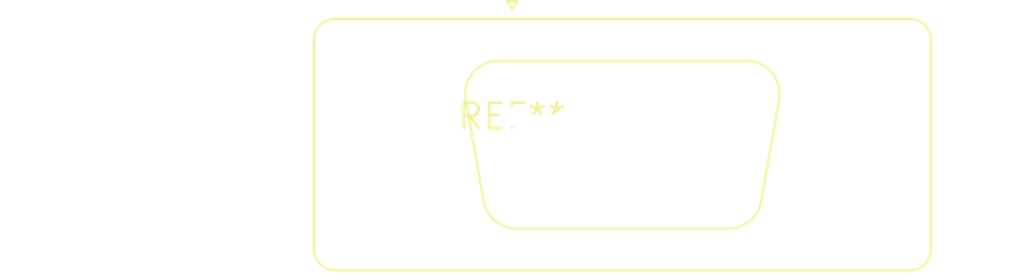
<source format=kicad_pcb>
(kicad_pcb (version 20240108) (generator pcbnew)
  (layers (0 "F.Cu" signal) (31 "B.Cu" signal) (34 "B.Paste" user) (35 "F.Paste" user) (36 "B.SilkS" user "B.Silkscreen") (37 "F.SilkS" user "F.Silkscreen") (38 "B.Mask" user) (39 "F.Mask" user) (44 "Edge.Cuts" user))
  (net 0 "")
  (footprint "DSUB-9_Male_Vertical_P2.77x2.84mm_MountingHoles" (layer "F.Cu") (at 0 0)
    (property "Reference" "REF**")
    (property "Value" "DSUB-9_Male_Vertical_P2.77x2.84mm_MountingHoles")
    (fp_line (start -9.945 6.67) (end -9.945 -3.83) (layer "F.SilkS") (stroke (width 0.12)))
    (fp_line (start -8.885 -4.89) (end 19.965 -4.89) (layer "F.SilkS") (stroke (width 0.12)))
    (fp_line (start -2.32647 -0.841744) (end -1.427202 4.258256) (layer "F.SilkS") (stroke (width 0.12)))
    (fp_line (start -0.691689 -2.79) (end 11.771689 -2.79) (layer "F.SilkS") (stroke (width 0.12)))
    (fp_line (start -0.25 -5.784338) (end 0.25 -5.784338) (layer "F.SilkS") (stroke (width 0.12)))
    (fp_line (start 0 -5.351325) (end -0.25 -5.784338) (layer "F.SilkS") (stroke (width 0.12)))
    (fp_line (start 0.207579 5.63) (end 10.872421 5.63) (layer "F.SilkS") (stroke (width 0.12)))
    (fp_line (start 0.25 -5.784338) (end 0 -5.351325) (layer "F.SilkS") (stroke (width 0.12)))
    (fp_line (start 13.40647 -0.841744) (end 12.507202 4.258256) (layer "F.SilkS") (stroke (width 0.12)))
    (fp_line (start 19.965 7.73) (end -8.885 7.73) (layer "F.SilkS") (stroke (width 0.12)))
    (fp_line (start 21.025 -3.83) (end 21.025 6.67) (layer "F.SilkS") (stroke (width 0.12)))
    (fp_arc (start -9.945 -3.83) (mid -9.634533 -4.579533) (end -8.885 -4.89) (layer "F.SilkS") (stroke (width 0.12)))
    (fp_arc (start -8.885 7.73) (mid -9.634533 7.419533) (end -9.945 6.67) (layer "F.SilkS") (stroke (width 0.12)))
    (fp_arc (start -2.32647 -0.841744) (mid -1.963323 -2.197028) (end -0.691689 -2.79) (layer "F.SilkS") (stroke (width 0.12)))
    (fp_arc (start 0.207579 5.63) (mid -0.859448 5.241634) (end -1.427202 4.258256) (layer "F.SilkS") (stroke (width 0.12)))
    (fp_arc (start 11.771689 -2.79) (mid 13.043323 -2.197027) (end 13.40647 -0.841744) (layer "F.SilkS") (stroke (width 0.12)))
    (fp_arc (start 12.507202 4.258256) (mid 11.939449 5.241634) (end 10.872421 5.63) (layer "F.SilkS") (stroke (width 0.12)))
    (fp_arc (start 19.965 -4.89) (mid 20.714533 -4.579533) (end 21.025 -3.83) (layer "F.SilkS") (stroke (width 0.12)))
    (fp_arc (start 21.025 6.67) (mid 20.714533 7.419533) (end 19.965 7.73) (layer "F.SilkS") (stroke (width 0.12)))
    (pad "0" thru_hole circle (at -6.96 1.42) (size 4 4) (drill 3.2) (layers *.Cu *.Mask) (remove_unused_layers))
    (pad "0" thru_hole circle (at 18.04 1.42) (size 4 4) (drill 3.2) (layers *.Cu *.Mask) (remove_unused_layers))
    (pad "1" thru_hole rect (at 0 0) (size 1.6 1.6) (drill 1) (layers *.Cu *.Mask) (remove_unused_layers))
    (pad "2" thru_hole circle (at 2.77 0) (size 1.6 1.6) (drill 1) (layers *.Cu *.Mask) (remove_unused_layers))
    (pad "3" thru_hole circle (at 5.54 0) (size 1.6 1.6) (drill 1) (layers *.Cu *.Mask) (remove_unused_layers))
    (pad "4" thru_hole circle (at 8.31 0) (size 1.6 1.6) (drill 1) (layers *.Cu *.Mask) (remove_unused_layers))
    (pad "5" thru_hole circle (at 11.08 0) (size 1.6 1.6) (drill 1) (layers *.Cu *.Mask) (remove_unused_layers))
    (pad "6" thru_hole circle (at 1.385 2.84) (size 1.6 1.6) (drill 1) (layers *.Cu *.Mask) (remove_unused_layers))
    (pad "7" thru_hole circle (at 4.155 2.84) (size 1.6 1.6) (drill 1) (layers *.Cu *.Mask) (remove_unused_layers))
    (pad "8" thru_hole circle (at 6.925 2.84) (size 1.6 1.6) (drill 1) (layers *.Cu *.Mask) (remove_unused_layers))
    (pad "9" thru_hole circle (at 9.695 2.84) (size 1.6 1.6) (drill 1) (layers *.Cu *.Mask) (remove_unused_layers))
  )
)
</source>
